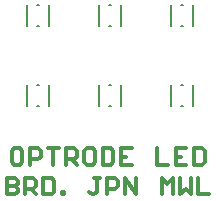
<source format=gto>
G75*
%MOIN*%
%OFA0B0*%
%FSLAX24Y24*%
%IPPOS*%
%LPD*%
%AMOC8*
5,1,8,0,0,1.08239X$1,22.5*
%
%ADD10C,0.0120*%
%ADD11C,0.0050*%
D10*
X000653Y000645D02*
X000923Y000645D01*
X001013Y000735D01*
X001013Y000825D01*
X000923Y000915D01*
X000653Y000915D01*
X000653Y000645D02*
X000653Y001185D01*
X000923Y001185D01*
X001013Y001095D01*
X001013Y001005D01*
X000923Y000915D01*
X001260Y000825D02*
X001531Y000825D01*
X001621Y000915D01*
X001621Y001095D01*
X001531Y001185D01*
X001260Y001185D01*
X001260Y000645D01*
X001440Y000825D02*
X001621Y000645D01*
X001868Y000645D02*
X002138Y000645D01*
X002228Y000735D01*
X002228Y001095D01*
X002138Y001185D01*
X001868Y001185D01*
X001868Y000645D01*
X002476Y000645D02*
X002566Y000645D01*
X002566Y000735D01*
X002476Y000735D01*
X002476Y000645D01*
X003387Y000735D02*
X003477Y000645D01*
X003568Y000645D01*
X003658Y000735D01*
X003658Y001185D01*
X003568Y001185D02*
X003748Y001185D01*
X003995Y001185D02*
X004265Y001185D01*
X004355Y001095D01*
X004355Y000915D01*
X004265Y000825D01*
X003995Y000825D01*
X003995Y000645D02*
X003995Y001185D01*
X004113Y001635D02*
X003843Y001635D01*
X003843Y002175D01*
X004113Y002175D01*
X004203Y002085D01*
X004203Y001725D01*
X004113Y001635D01*
X004451Y001635D02*
X004811Y001635D01*
X004631Y001905D02*
X004451Y001905D01*
X004451Y002175D02*
X004451Y001635D01*
X004603Y001185D02*
X004963Y000645D01*
X004963Y001185D01*
X004603Y001185D02*
X004603Y000645D01*
X005666Y001635D02*
X006027Y001635D01*
X006274Y001635D02*
X006634Y001635D01*
X006882Y001635D02*
X007152Y001635D01*
X007242Y001725D01*
X007242Y002085D01*
X007152Y002175D01*
X006882Y002175D01*
X006882Y001635D01*
X006786Y001185D02*
X006786Y000645D01*
X006606Y000825D01*
X006426Y000645D01*
X006426Y001185D01*
X006179Y001185D02*
X006179Y000645D01*
X005818Y000645D02*
X005818Y001185D01*
X005998Y001005D01*
X006179Y001185D01*
X006274Y001635D02*
X006274Y002175D01*
X006634Y002175D01*
X006454Y001905D02*
X006274Y001905D01*
X005666Y002175D02*
X005666Y001635D01*
X004811Y002175D02*
X004451Y002175D01*
X003596Y002085D02*
X003596Y001725D01*
X003506Y001635D01*
X003326Y001635D01*
X003235Y001725D01*
X003235Y002085D01*
X003326Y002175D01*
X003506Y002175D01*
X003596Y002085D01*
X002988Y002085D02*
X002988Y001905D01*
X002898Y001815D01*
X002628Y001815D01*
X002808Y001815D02*
X002988Y001635D01*
X002628Y001635D02*
X002628Y002175D01*
X002898Y002175D01*
X002988Y002085D01*
X002380Y002175D02*
X002020Y002175D01*
X002200Y002175D02*
X002200Y001635D01*
X001773Y001905D02*
X001773Y002085D01*
X001683Y002175D01*
X001412Y002175D01*
X001412Y001635D01*
X001412Y001815D02*
X001683Y001815D01*
X001773Y001905D01*
X001165Y001725D02*
X001165Y002085D01*
X001075Y002175D01*
X000895Y002175D01*
X000805Y002085D01*
X000805Y001725D01*
X000895Y001635D01*
X001075Y001635D01*
X001165Y001725D01*
X007034Y001185D02*
X007034Y000645D01*
X007394Y000645D01*
D11*
X006843Y003575D02*
X006843Y004284D01*
X006528Y004284D02*
X006449Y004284D01*
X006134Y004284D02*
X006134Y003575D01*
X006449Y003575D02*
X006528Y003575D01*
X004441Y003575D02*
X004441Y004284D01*
X004126Y004284D02*
X004048Y004284D01*
X003733Y004284D02*
X003733Y003575D01*
X004048Y003575D02*
X004126Y003575D01*
X002040Y003575D02*
X002040Y004284D01*
X001725Y004284D02*
X001646Y004284D01*
X001331Y004284D02*
X001331Y003575D01*
X001646Y003575D02*
X001725Y003575D01*
X001725Y006252D02*
X001646Y006252D01*
X001331Y006252D02*
X001331Y006961D01*
X001646Y006961D02*
X001725Y006961D01*
X002040Y006961D02*
X002040Y006252D01*
X003733Y006252D02*
X003733Y006961D01*
X004048Y006961D02*
X004126Y006961D01*
X004441Y006961D02*
X004441Y006252D01*
X004126Y006252D02*
X004048Y006252D01*
X006134Y006252D02*
X006134Y006961D01*
X006449Y006961D02*
X006528Y006961D01*
X006843Y006961D02*
X006843Y006252D01*
X006528Y006252D02*
X006449Y006252D01*
M02*

</source>
